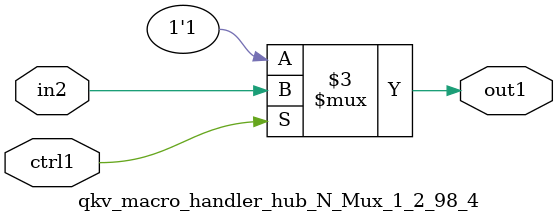
<source format=v>

`timescale 1ps / 1ps


module qkv_macro_handler_hub_N_Mux_1_2_98_4( in2, ctrl1, out1 );

    input in2;
    input ctrl1;
    output out1;
    reg out1;

    
    // rtl_process:qkv_macro_handler_hub_N_Mux_1_2_98_4/qkv_macro_handler_hub_N_Mux_1_2_98_4_thread_1
    always @*
      begin : qkv_macro_handler_hub_N_Mux_1_2_98_4_thread_1
        case (ctrl1) 
          1'b1: 
            begin
              out1 = in2;
            end
          default: 
            begin
              out1 = 1'b1;
            end
        endcase
      end

endmodule



</source>
